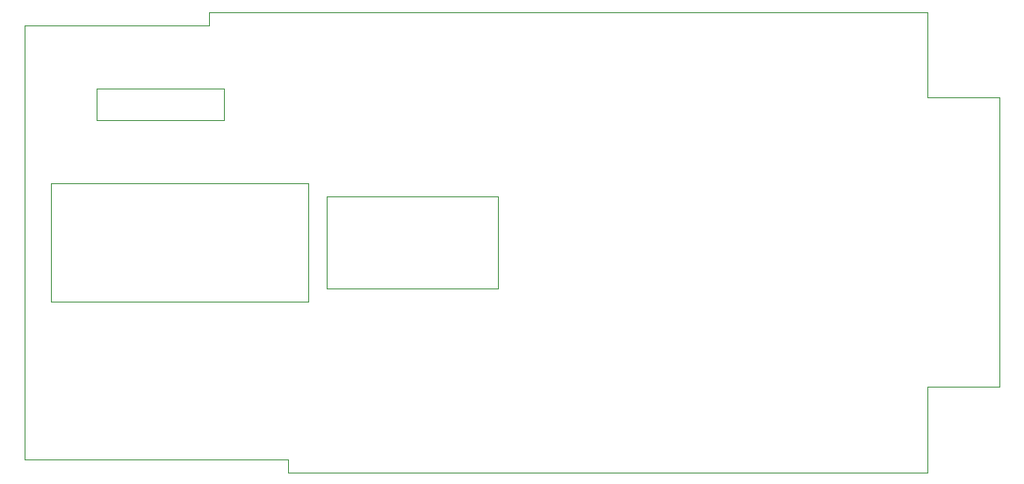
<source format=gbr>
G04 #@! TF.GenerationSoftware,KiCad,Pcbnew,6.0.0-unknown-f08d040~86~ubuntu18.04.1*
G04 #@! TF.CreationDate,2019-05-16T22:23:00+01:00*
G04 #@! TF.ProjectId,mouse8,6d6f7573-6538-42e6-9b69-6361645f7063,rev?*
G04 #@! TF.SameCoordinates,Original*
G04 #@! TF.FileFunction,Profile,NP*
%FSLAX46Y46*%
G04 Gerber Fmt 4.6, Leading zero omitted, Abs format (unit mm)*
G04 Created by KiCad (PCBNEW 6.0.0-unknown-f08d040~86~ubuntu18.04.1) date 2019-05-16 22:23:00*
%MOMM*%
%LPD*%
G04 APERTURE LIST*
%ADD10C,0.050000*%
G04 APERTURE END LIST*
D10*
X159308800Y-70916800D02*
X159308800Y-73914000D01*
X171653200Y-70916800D02*
X159308800Y-70916800D01*
X171653200Y-73914000D02*
X171653200Y-70916800D01*
X159308800Y-73914000D02*
X171653200Y-73914000D01*
X154940000Y-80010000D02*
X179705000Y-80010000D01*
X181483000Y-90170000D02*
X181483000Y-81280000D01*
X197993000Y-90170000D02*
X181483000Y-90170000D01*
X197993000Y-81280000D02*
X197993000Y-90170000D01*
X181483000Y-81280000D02*
X197993000Y-81280000D01*
X177800000Y-106680000D02*
X177800000Y-107950000D01*
X152400000Y-106680000D02*
X177800000Y-106680000D01*
X170180000Y-64770000D02*
X152400000Y-64770000D01*
X170180000Y-63500000D02*
X170180000Y-64770000D01*
X154940000Y-91440000D02*
X154940000Y-90805000D01*
X179705000Y-91440000D02*
X179705000Y-90805000D01*
X179705000Y-80010000D02*
X179705000Y-90805000D01*
X239395000Y-71755000D02*
X246380000Y-71755000D01*
X239395000Y-63500000D02*
X239395000Y-71755000D01*
X239395000Y-99695000D02*
X239395000Y-107950000D01*
X246380000Y-99695000D02*
X239395000Y-99695000D01*
X154940000Y-90805000D02*
X154940000Y-80010000D01*
X179705000Y-91440000D02*
X154940000Y-91440000D01*
X152400000Y-106680000D02*
X152400000Y-64770000D01*
X239395000Y-107950000D02*
X177800000Y-107950000D01*
X246380000Y-71755000D02*
X246380000Y-99695000D01*
X170180000Y-63500000D02*
X239395000Y-63500000D01*
M02*

</source>
